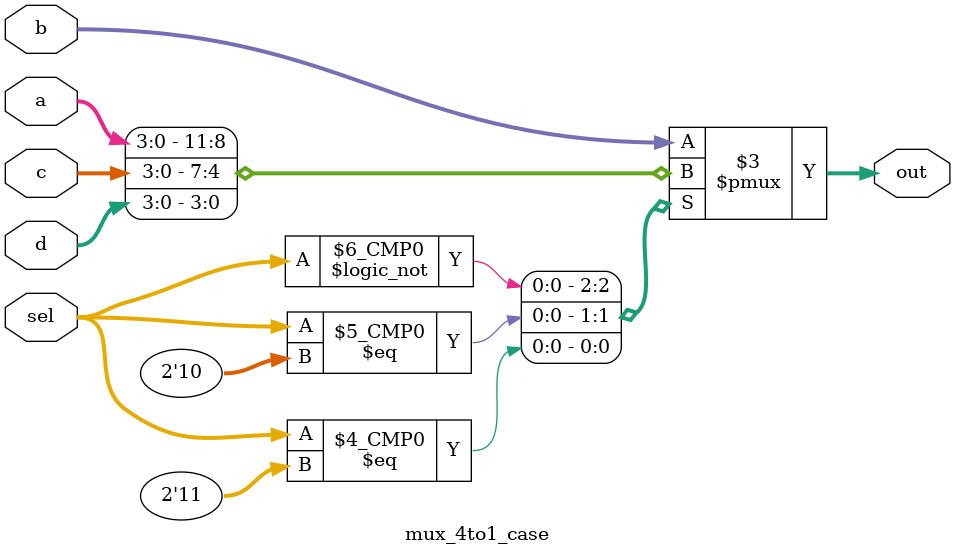
<source format=v>


module mux_4to1_case
(
  input [3:0] a,
  input [3:0] b,
  input [3:0] c,
  input [3:0] d,
  input [1:0] sel,
  output reg [3:0] out
);


  always @(a or b or c or d or sel) begin
    case(sel)
      2'b00: out <= a;
      2'b00: out <= b;
      'b10: out <= c;
      'b11: out <= d;
      default: out <= b;
    endcase
  end


endmodule


</source>
